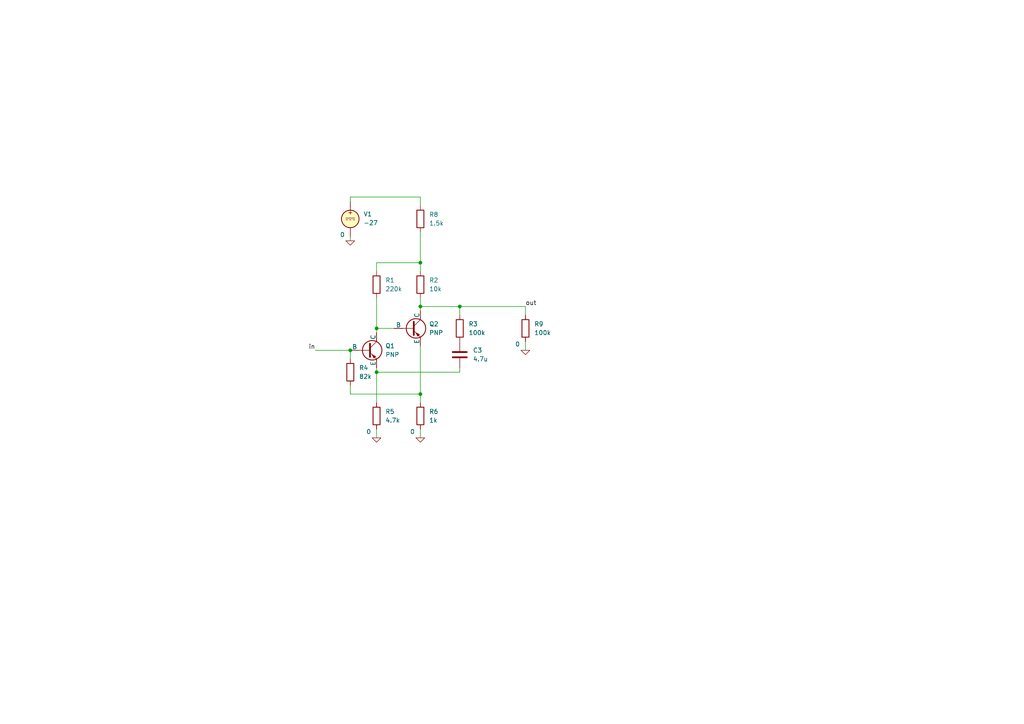
<source format=kicad_sch>
(kicad_sch (version 20250114) (generator "eeschema") (generator_version "9.0")
  (paper "A4")
  (lib_symbols
    (symbol "Device:C" (pin_numbers (hide yes)) (pin_names (offset 0.254))
      (property "Reference" "C" (at 0.635 2.54 0))
      (property "Value" "C" (at 0.635 -2.54 0))
      (symbol "C_0_1"
        (polyline (pts (xy -2.032 0.762) (xy 2.032 0.762)) (stroke (width 0.508)))
        (polyline (pts (xy -2.032 -0.762) (xy 2.032 -0.762)) (stroke (width 0.508)))
      )
      (symbol "C_1_1"
        (pin passive line (at 0 3.81 270) (length 2.794) (name "~") (number "1"))
        (pin passive line (at 0 -3.81 90) (length 2.794) (name "~") (number "2"))
      )
    )
    (symbol "Device:R" (pin_numbers (hide yes)) (pin_names (offset 0))
      (property "Reference" "R" (at 2.032 0 90))
      (property "Value" "R" (at 0 0 90))
      (symbol "R_0_1"
        (rectangle (start -1.016 -2.54) (end 1.016 2.54) (stroke (width 0.254)))
      )
      (symbol "R_1_1"
        (pin passive line (at 0 3.81 270) (length 1.27) (name "~") (number "1"))
        (pin passive line (at 0 -3.81 90) (length 1.27) (name "~") (number "2"))
      )
    )
    (symbol "Simulation_SPICE:0" (power) (pin_names (offset 0))
      (property "Value" "0" (at 0 -1.778 0))
      (symbol "0_0_1"
        (polyline (pts (xy -1.27 0) (xy 0 -1.27) (xy 1.27 0) (xy -1.27 0)))
      )
      (symbol "0_1_1"
        (pin power_in line (at 0 0 0) (length 0) (hide yes) (name "0") (number "1"))
      )
    )
    (symbol "Simulation_SPICE:PNP" (pin_numbers (hide yes)) (pin_names (offset 0))
      (property "Reference" "Q" (at -2.54 7.62 0))
      (property "Value" "PNP" (at -2.54 5.08 0))
      (symbol "PNP_0_1"
        (polyline (pts (xy -2.54 0) (xy 0.635 0)) (stroke (width 0.1524)))
        (polyline (pts (xy 0.635 1.905) (xy 0.635 -1.905) (xy 0.635 -1.905)) (stroke (width 0.508)))
        (polyline (pts (xy 0.635 0.635) (xy 2.54 2.54)))
        (polyline (pts (xy 0.635 -0.635) (xy 2.54 -2.54) (xy 2.54 -2.54)))
        (circle (center 1.27 0) (radius 2.8194) (stroke (width 0.254)))
        (polyline (pts (xy 2.286 -1.778) (xy 1.778 -2.286) (xy 1.27 -1.27) (xy 2.286 -1.778) (xy 2.286 -1.778)) (fill (type outline)))
      )
      (symbol "PNP_1_1"
        (pin input line (at -5.08 0 0) (length 2.54) (name "B") (number "2"))
        (pin open_collector line (at 2.54 5.08 270) (length 2.54) (name "C") (number "1"))
        (pin open_emitter line (at 2.54 -5.08 90) (length 2.54) (name "E") (number "3"))
      )
    )
    (symbol "Simulation_SPICE:VDC" (pin_numbers (hide yes)) (pin_names (offset 0.0254))
      (property "Reference" "V" (at 2.54 2.54 0))
      (property "Value" "1" (at 2.54 0 0))
      (symbol "VDC_0_0"
        (polyline (pts (xy -1.27 0.254) (xy 1.27 0.254)))
        (polyline (pts (xy -0.762 -0.254) (xy -1.27 -0.254)))
        (polyline (pts (xy 0.254 -0.254) (xy -0.254 -0.254)))
        (polyline (pts (xy 1.27 -0.254) (xy 0.762 -0.254)))
        (text "+" (at 0 1.905 0) (effects (font (size 1.27 1.27))))
      )
      (symbol "VDC_0_1"
        (circle (center 0 0) (radius 2.54) (stroke (width 0.254)) (fill (type background)))
      )
      (symbol "VDC_1_1"
        (pin passive line (at 0 5.08 270) (length 2.54) (name "~") (number "1"))
        (pin passive line (at 0 -5.08 90) (length 2.54) (name "~") (number "2"))
      )
    )
  )
  (junction (at 101.6 101.6))
  (junction (at 133.35 88.9))
  (junction (at 109.22 107.95))
  (junction (at 121.92 76.2))
  (junction (at 109.22 95.25))
  (junction (at 121.92 114.3))
  (junction (at 121.92 88.9))
  (wire (pts (xy 109.22 86.36) (xy 109.22 95.25)))
  (wire (pts (xy 152.4 99.06) (xy 152.4 101.6)))
  (wire (pts (xy 121.92 88.9) (xy 121.92 90.17)))
  (wire (pts (xy 152.4 88.9) (xy 152.4 91.44)))
  (wire (pts (xy 109.22 76.2) (xy 121.92 76.2)))
  (wire (pts (xy 109.22 107.95) (xy 133.35 107.95)))
  (wire (pts (xy 101.6 114.3) (xy 121.92 114.3)))
  (wire (pts (xy 133.35 106.68) (xy 133.35 107.95)))
  (wire (pts (xy 109.22 95.25) (xy 114.3 95.25)))
  (wire (pts (xy 101.6 57.15) (xy 101.6 58.42)))
  (wire (pts (xy 133.35 88.9) (xy 133.35 91.44)))
  (wire (pts (xy 121.92 67.31) (xy 121.92 76.2)))
  (wire (pts (xy 109.22 106.68) (xy 109.22 107.95)))
  (wire (pts (xy 109.22 96.52) (xy 109.22 95.25)))
  (wire (pts (xy 152.4 88.9) (xy 133.35 88.9)))
  (wire (pts (xy 91.44 101.6) (xy 101.6 101.6)))
  (wire (pts (xy 101.6 57.15) (xy 121.92 57.15)))
  (wire (pts (xy 121.92 59.69) (xy 121.92 57.15)))
  (wire (pts (xy 121.92 76.2) (xy 121.92 78.74)))
  (wire (pts (xy 121.92 88.9) (xy 133.35 88.9)))
  (wire (pts (xy 121.92 86.36) (xy 121.92 88.9)))
  (wire (pts (xy 109.22 127) (xy 109.22 124.46)))
  (wire (pts (xy 121.92 114.3) (xy 121.92 116.84)))
  (wire (pts (xy 121.92 100.33) (xy 121.92 114.3)))
  (wire (pts (xy 109.22 107.95) (xy 109.22 116.84)))
  (wire (pts (xy 121.92 124.46) (xy 121.92 127)))
  (wire (pts (xy 101.6 101.6) (xy 101.6 104.14)))
  (wire (pts (xy 101.6 68.58) (xy 101.6 69.85)))
  (wire (pts (xy 109.22 78.74) (xy 109.22 76.2)))
  (wire (pts (xy 101.6 111.76) (xy 101.6 114.3)))
  (label "in" (at 91.44 101.6 180))
  (label "out" (at 152.4 88.9 0))
  (symbol (lib_id "Device:R") (at 109.22 82.55 0) (unit 1)
    (property "Reference" "R1" (at 111.76 81.2799 0) (effects (justify left)))
    (property "Value" "220k" (at 111.76 83.8199 0) (effects (justify left)))
    (property "Description" "Resistor" (effects (hide yes)))
  )
  (symbol (lib_id "Device:C") (at 133.35 102.87 0) (unit 1)
    (property "Reference" "C3" (at 137.16 101.5999 0) (effects (justify left)))
    (property "Value" "4.7u" (at 137.16 104.1399 0) (effects (justify left)))
    (property "Description" "Unpolarized capacitor" (effects (hide yes)))
  )
  (symbol (lib_id "Device:R") (at 121.92 63.5 0) (unit 1)
    (property "Reference" "R8" (at 124.46 62.2299 0) (effects (justify left)))
    (property "Value" "1.5k" (at 124.46 64.7699 0) (effects (justify left)))
    (property "Description" "Resistor" (effects (hide yes)))
  )
  (symbol (lib_id "Device:R") (at 109.22 120.65 0) (unit 1)
    (property "Reference" "R5" (at 111.76 119.3799 0) (effects (justify left)))
    (property "Value" "4.7k" (at 111.76 121.9199 0) (effects (justify left)))
    (property "Description" "Resistor" (effects (hide yes)))
  )
  (symbol (lib_id "Device:R") (at 133.35 95.25 0) (unit 1)
    (property "Reference" "R3" (at 135.89 93.9799 0) (effects (justify left)))
    (property "Value" "100k" (at 135.89 96.5199 0) (effects (justify left)))
    (property "Description" "Resistor" (effects (hide yes)))
  )
  (symbol (lib_id "Device:R") (at 121.92 82.55 0) (unit 1)
    (property "Reference" "R2" (at 124.46 81.2799 0) (effects (justify left)))
    (property "Value" "10k" (at 124.46 83.8199 0) (effects (justify left)))
    (property "Description" "Resistor" (effects (hide yes)))
  )
  (symbol (lib_id "Device:R") (at 121.92 120.65 0) (unit 1)
    (property "Reference" "R6" (at 124.46 119.3799 0) (effects (justify left)))
    (property "Value" "1k" (at 124.46 121.9199 0) (effects (justify left)))
    (property "Description" "Resistor" (effects (hide yes)))
  )
  (symbol (lib_id "Simulation_SPICE:PNP") (at 106.68 101.6 0) (unit 1)
    (property "Reference" "Q1" (at 111.76 100.3299 0) (effects (justify left)))
    (property "Value" "PNP" (at 111.76 102.8699 0) (effects (justify left)))
    (property "Datasheet" "https://ngspice.sourceforge.io/docs/ngspice-html-manual/manual.xhtml#cha_BJTs" (effects (hide yes)))
    (property "Description" "Bipolar transistor symbol for simulation only, substrate tied to the emitter" (effects (hide yes)))
    (property "Sim.Device" "PNP" (effects (hide yes)))
    (property "Sim.Type" "GUMMELPOON" (effects (hide yes)))
    (property "Sim.Pins" "1=C 2=B 3=E" (effects (hide yes)))
  )
  (symbol (lib_id "Device:R") (at 101.6 107.95 0) (mirror y) (unit 1)
    (property "Reference" "R4" (at 104.14 106.6799 0) (effects (justify right)))
    (property "Value" "82k" (at 104.14 109.2199 0) (effects (justify right)))
    (property "Description" "Resistor" (effects (hide yes)))
  )
  (symbol (lib_id "Simulation_SPICE:0") (at 101.6 69.85 0) (unit 1)
    (property "Reference" "#GND01" (effects (hide yes)))
    (property "Value" "0" (at 99.314 68.072 0))
    (property "Datasheet" "https://ngspice.sourceforge.io/docs/ngspice-html-manual/manual.xhtml#subsec_Circuit_elements__device" (effects (hide yes)))
    (property "Description" "0V reference potential for simulation" (effects (hide yes)))
  )
  (symbol (lib_id "Simulation_SPICE:PNP") (at 119.38 95.25 0) (unit 1)
    (property "Reference" "Q2" (at 124.46 93.9799 0) (effects (justify left)))
    (property "Value" "PNP" (at 124.46 96.5199 0) (effects (justify left)))
    (property "Datasheet" "https://ngspice.sourceforge.io/docs/ngspice-html-manual/manual.xhtml#cha_BJTs" (effects (hide yes)))
    (property "Description" "Bipolar transistor symbol for simulation only, substrate tied to the emitter" (effects (hide yes)))
    (property "Sim.Device" "PNP" (effects (hide yes)))
    (property "Sim.Type" "GUMMELPOON" (effects (hide yes)))
    (property "Sim.Pins" "1=C 2=B 3=E" (effects (hide yes)))
  )
  (symbol (lib_id "Simulation_SPICE:0") (at 109.22 127 0) (unit 1)
    (property "Reference" "#GND02" (effects (hide yes)))
    (property "Value" "0" (at 106.934 125.222 0))
    (property "Datasheet" "https://ngspice.sourceforge.io/docs/ngspice-html-manual/manual.xhtml#subsec_Circuit_elements__device" (effects (hide yes)))
    (property "Description" "0V reference potential for simulation" (effects (hide yes)))
  )
  (symbol (lib_id "Simulation_SPICE:0") (at 121.92 127 0) (unit 1)
    (property "Reference" "#GND03" (effects (hide yes)))
    (property "Value" "0" (at 119.634 125.222 0))
    (property "Datasheet" "https://ngspice.sourceforge.io/docs/ngspice-html-manual/manual.xhtml#subsec_Circuit_elements__device" (effects (hide yes)))
    (property "Description" "0V reference potential for simulation" (effects (hide yes)))
  )
  (symbol (lib_id "Device:R") (at 152.4 95.25 0) (unit 1)
    (property "Reference" "R9" (at 154.94 93.9799 0) (effects (justify left)))
    (property "Value" "100k" (at 154.94 96.5199 0) (effects (justify left)))
    (property "Description" "Resistor" (effects (hide yes)))
  )
  (symbol (lib_id "Simulation_SPICE:0") (at 152.4 101.6 0) (unit 1)
    (property "Reference" "#GND04" (effects (hide yes)))
    (property "Value" "0" (at 150.114 99.822 0))
    (property "Datasheet" "https://ngspice.sourceforge.io/docs/ngspice-html-manual/manual.xhtml#subsec_Circuit_elements__device" (effects (hide yes)))
    (property "Description" "0V reference potential for simulation" (effects (hide yes)))
  )
  (symbol (lib_id "Simulation_SPICE:VDC") (at 101.6 63.5 0) (unit 1)
    (property "Reference" "V1" (at 105.41 62.1001 0) (effects (justify left)))
    (property "Value" "-27" (at 105.41 64.6401 0) (effects (justify left)))
    (property "Datasheet" "https://ngspice.sourceforge.io/docs/ngspice-html-manual/manual.xhtml#sec_Independent_Sources_for" (effects (hide yes)))
    (property "Description" "Voltage source, DC" (effects (hide yes)))
    (property "Sim.Pins" "1=+ 2=-" (effects (hide yes)))
    (property "Sim.Type" "DC" (effects (hide yes)))
    (property "Sim.Device" "V" (effects (hide yes)))
  )
)
</source>
